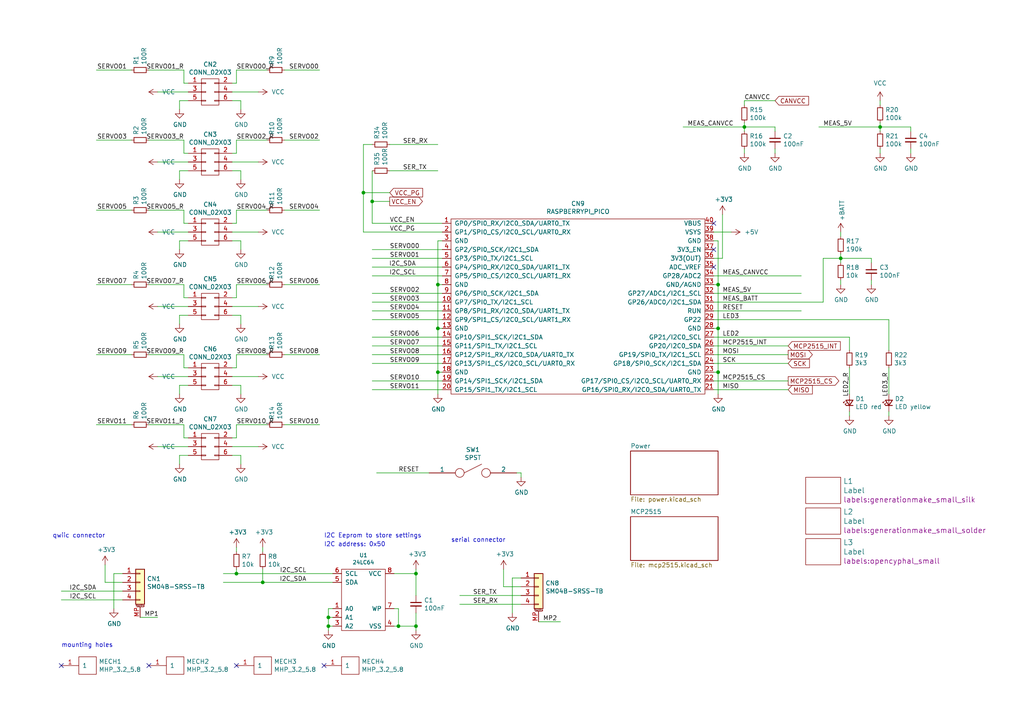
<source format=kicad_sch>
(kicad_sch (version 20211123) (generator eeschema)
  (paper "A4")
  (title_block (title "CyphalServoController12/CAN") (date "2023-09-24") (rev "0.1") (company "generationmake"))
  (lib_symbols
    (symbol "Connector_Generic_MountingPin:Conn_01x04_MountingPin" (pin_names (offset 1.016) hide)
      (property "Reference" "J" (at 0 5.08 0))
      (property "Value" "Conn_01x04_MountingPin" (at 1.27 -7.62 0))
      (symbol "Conn_01x04_MountingPin_1_1"
        (rectangle (start -1.27 -4.953) (end 0 -5.207) (stroke (width 0.1524)))
        (rectangle (start -1.27 -2.413) (end 0 -2.667) (stroke (width 0.1524)))
        (rectangle (start -1.27 0.127) (end 0 -0.127) (stroke (width 0.1524)))
        (rectangle (start -1.27 2.667) (end 0 2.413) (stroke (width 0.1524)))
        (rectangle (start -1.27 3.81) (end 1.27 -6.35) (stroke (width 0.254)) (fill (type background)))
        (polyline (pts (xy -1.016 -7.112) (xy 1.016 -7.112)) (stroke (width 0.1524)))
        (text "Mounting" (at 0 -6.731 0) (effects (font (size 0.381 0.381))))
        (pin passive line (at -5.08 2.54 0) (length 3.81) (name "Pin_1") (number "1"))
        (pin passive line (at -5.08 0 0) (length 3.81) (name "Pin_2") (number "2"))
        (pin passive line (at -5.08 -2.54 0) (length 3.81) (name "Pin_3") (number "3"))
        (pin passive line (at -5.08 -5.08 0) (length 3.81) (name "Pin_4") (number "4"))
        (pin passive line (at 0 -10.16 90) (length 3.048) (name "MountPin") (number "MP"))
      )
    )
    (symbol "Device:C_Small" (pin_numbers hide) (pin_names (offset 0.254) hide)
      (property "Reference" "C" (at 0.254 1.778 0))
      (property "Value" "C_Small" (at 0.254 -2.032 0))
      (symbol "C_Small_0_1"
        (polyline (pts (xy -1.524 -0.508) (xy 1.524 -0.508)) (stroke (width 0.3302)))
        (polyline (pts (xy -1.524 0.508) (xy 1.524 0.508)) (stroke (width 0.3048)))
      )
      (symbol "C_Small_1_1"
        (pin passive line (at 0 2.54 270) (length 2.032) (name "~") (number "1"))
        (pin passive line (at 0 -2.54 90) (length 2.032) (name "~") (number "2"))
      )
    )
    (symbol "Device:LED_Small" (pin_numbers hide) (pin_names (offset 0.254) hide)
      (property "Reference" "D" (at -1.27 3.175 0))
      (property "Value" "LED_Small" (at -4.445 -2.54 0))
      (symbol "LED_Small_0_1"
        (polyline (pts (xy -0.762 -1.016) (xy -0.762 1.016)) (stroke (width 0.254)))
        (polyline (pts (xy 1.016 0) (xy -0.762 0)))
        (polyline (pts (xy 0.762 -1.016) (xy -0.762 0) (xy 0.762 1.016) (xy 0.762 -1.016)) (stroke (width 0.254)))
        (polyline (pts (xy 0 0.762) (xy -0.508 1.27) (xy -0.254 1.27) (xy -0.508 1.27) (xy -0.508 1.016)))
        (polyline (pts (xy 0.508 1.27) (xy 0 1.778) (xy 0.254 1.778) (xy 0 1.778) (xy 0 1.524)))
      )
      (symbol "LED_Small_1_1"
        (pin passive line (at -2.54 0 0) (length 1.778) (name "K") (number "1"))
        (pin passive line (at 2.54 0 180) (length 1.778) (name "A") (number "2"))
      )
    )
    (symbol "Device:R_Small" (pin_numbers hide) (pin_names (offset 0.254) hide)
      (property "Reference" "R" (at 0.762 0.508 0))
      (property "Value" "R_Small" (at 0.762 -1.016 0))
      (symbol "R_Small_0_1"
        (rectangle (start -0.762 1.778) (end 0.762 -1.778) (stroke (width 0.2032)))
      )
      (symbol "R_Small_1_1"
        (pin passive line (at 0 2.54 270) (length 0.762) (name "~") (number "1"))
        (pin passive line (at 0 -2.54 90) (length 0.762) (name "~") (number "2"))
      )
    )
    (symbol "OpenCyphalPicoBase-rescue:+3.3V-power-supply" (power) (pin_names (offset 0))
      (property "Value" "+3.3V-power-supply" (at 0 3.556 0))
      (symbol "+3.3V-power-supply_0_1"
        (polyline (pts (xy -0.762 1.27) (xy 0 2.54)))
        (polyline (pts (xy 0 0) (xy 0 2.54)))
        (polyline (pts (xy 0 2.54) (xy 0.762 1.27)))
      )
      (symbol "+3.3V-power-supply_1_1"
        (pin power_in line (at 0 0 90) (length 0) hide (name "+3V3") (number "1"))
      )
    )
    (symbol "OpenCyphalPicoBase-rescue:+BATT-power-supply" (power) (pin_names (offset 0))
      (property "Value" "+BATT-power-supply" (at 0 3.556 0))
      (symbol "+BATT-power-supply_0_1"
        (polyline (pts (xy -0.762 1.27) (xy 0 2.54)))
        (polyline (pts (xy 0 0) (xy 0 2.54)))
        (polyline (pts (xy 0 2.54) (xy 0.762 1.27)))
      )
      (symbol "+BATT-power-supply_1_1"
        (pin power_in line (at 0 0 90) (length 0) hide (name "+BATT") (number "1"))
      )
    )
    (symbol "OpenCyphalPicoBase-rescue:24LC64-IC_interface_i2c" (pin_names (offset 1.016))
      (property "Reference" "U" (at 0 10.16 0))
      (property "Value" "24LC64-IC_interface_i2c" (at 0 -10.16 0))
      (symbol "24LC64-IC_interface_i2c_0_1"
        (rectangle (start -6.35 8.89) (end 6.35 -8.89))
      )
      (symbol "24LC64-IC_interface_i2c_1_1"
        (pin input line (at -8.89 -2.54 0) (length 2.54) (name "A0") (number "1"))
        (pin input line (at -8.89 -5.08 0) (length 2.54) (name "A1") (number "2"))
        (pin input line (at -8.89 -7.62 0) (length 2.54) (name "A2") (number "3"))
        (pin input line (at 8.89 -7.62 180) (length 2.54) (name "VSS") (number "4"))
        (pin input line (at -8.89 5.08 0) (length 2.54) (name "SDA") (number "5"))
        (pin input line (at -8.89 7.62 0) (length 2.54) (name "SCL") (number "6"))
        (pin input line (at 8.89 -2.54 180) (length 2.54) (name "WP") (number "7"))
        (pin input line (at 8.89 7.62 180) (length 2.54) (name "VCC") (number "8"))
      )
    )
    (symbol "OpenCyphalPicoBase-rescue:CONN_02X03-mechanical-connectors" (pin_names (offset 0.0254) hide)
      (property "Reference" "P" (at 0 5.08 0))
      (property "Value" "CONN_02X03-mechanical-connectors" (at 0 -5.08 0))
      (symbol "CONN_02X03-mechanical-connectors_0_1"
        (rectangle (start -2.54 -2.413) (end -1.27 -2.667))
        (rectangle (start -2.54 0.127) (end -1.27 -0.127))
        (rectangle (start -2.54 2.667) (end -1.27 2.413))
        (rectangle (start -2.54 3.81) (end 2.54 -3.81))
        (rectangle (start 1.27 -2.413) (end 2.54 -2.667))
        (rectangle (start 1.27 0.127) (end 2.54 -0.127))
        (rectangle (start 1.27 2.667) (end 2.54 2.413))
      )
      (symbol "CONN_02X03-mechanical-connectors_1_1"
        (pin passive line (at -6.35 2.54 0) (length 3.81) (name "P1") (number "1"))
        (pin passive line (at 6.35 2.54 180) (length 3.81) (name "P2") (number "2"))
        (pin passive line (at -6.35 0 0) (length 3.81) (name "P3") (number "3"))
        (pin passive line (at 6.35 0 180) (length 3.81) (name "P4") (number "4"))
        (pin passive line (at -6.35 -2.54 0) (length 3.81) (name "P5") (number "5"))
        (pin passive line (at 6.35 -2.54 180) (length 3.81) (name "P6") (number "6"))
      )
    )
    (symbol "OpenCyphalPicoBase-rescue:GND-power-supply" (power) (pin_names (offset 0))
      (property "Value" "GND-power-supply" (at 0 -3.81 0))
      (symbol "GND-power-supply_0_1"
        (polyline (pts (xy 0 0) (xy 0 -1.27) (xy 1.27 -1.27) (xy 0 -2.54) (xy -1.27 -1.27) (xy 0 -1.27)))
      )
      (symbol "GND-power-supply_1_1"
        (pin power_in line (at 0 0 270) (length 0) hide (name "GND") (number "1"))
      )
    )
    (symbol "OpenCyphalPicoBase-rescue:Label-devices" (pin_names (offset 1.016))
      (property "Reference" "L" (at 0 5.08 0))
      (property "Value" "Label-devices" (at 0 0 0))
      (symbol "Label-devices_0_1"
        (rectangle (start -5.08 3.81) (end 5.08 -3.81))
      )
    )
    (symbol "OpenCyphalPicoBase-rescue:MHP_3.2_5.8-MECH_mounting-holes" (pin_names (offset 1.016))
      (property "Reference" "MECH" (at 0 3.81 0))
      (property "Value" "MHP_3.2_5.8-MECH_mounting-holes" (at 1.27 -3.81 0))
      (symbol "MHP_3.2_5.8-MECH_mounting-holes_1_1"
        (rectangle (start -2.54 2.54) (end 2.54 -2.54))
        (pin bidirectional line (at -7.62 0 0) (length 5.08) (name "1") (number "1"))
      )
    )
    (symbol "OpenCyphalPicoBase-rescue:RASPBERRYPI_PICO-MODULE_compute" (pin_names (offset 1.016))
      (property "Reference" "CN" (at 0 26.67 0))
      (property "Value" "RASPBERRYPI_PICO-MODULE_compute" (at 0 -26.67 0))
      (symbol "RASPBERRYPI_PICO-MODULE_compute_0_1"
        (rectangle (start -36.83 25.4) (end 36.83 -25.4))
      )
      (symbol "RASPBERRYPI_PICO-MODULE_compute_1_1"
        (pin input line (at -39.37 24.13 0) (length 2.54) (name "GP0/SPI0_RX/I2C0_SDA/UART0_TX") (number "1"))
        (pin input line (at -39.37 1.27 0) (length 2.54) (name "GP7/SPI0_TX/I2C1_SCL") (number "10"))
        (pin input line (at -39.37 -1.27 0) (length 2.54) (name "GP8/SPI1_RX/I2C0_SDA/UART1_TX") (number "11"))
        (pin input line (at -39.37 -3.81 0) (length 2.54) (name "GP9/SPI1_CS/I2C0_SCL/UART1_RX") (number "12"))
        (pin input line (at -39.37 -6.35 0) (length 2.54) (name "GND") (number "13"))
        (pin input line (at -39.37 -8.89 0) (length 2.54) (name "GP10/SPI1_SCK/I2C1_SDA") (number "14"))
        (pin input line (at -39.37 -11.43 0) (length 2.54) (name "GP11/SPI1_TX/I2C1_SCL") (number "15"))
        (pin input line (at -39.37 -13.97 0) (length 2.54) (name "GP12/SPI1_RX/I2C0_SDA/UART0_TX") (number "16"))
        (pin input line (at -39.37 -16.51 0) (length 2.54) (name "GP13/SPI1_CS/I2C0_SCL/UART0_RX") (number "17"))
        (pin input line (at -39.37 -19.05 0) (length 2.54) (name "GND") (number "18"))
        (pin input line (at -39.37 -21.59 0) (length 2.54) (name "GP14/SPI1_SCK/I2C1_SDA") (number "19"))
        (pin input line (at -39.37 21.59 0) (length 2.54) (name "GP1/SPI0_CS/I2C0_SCL/UART0_RX") (number "2"))
        (pin input line (at -39.37 -24.13 0) (length 2.54) (name "GP15/SPI1_TX/I2C1_SCL") (number "20"))
        (pin input line (at 39.37 -24.13 180) (length 2.54) (name "GP16/SPI0_RX/I2C0_SDA/UART0_TX") (number "21"))
        (pin input line (at 39.37 -21.59 180) (length 2.54) (name "GP17/SPI0_CS/I2C0_SCL/UART0_RX") (number "22"))
        (pin input line (at 39.37 -19.05 180) (length 2.54) (name "GND") (number "23"))
        (pin input line (at 39.37 -16.51 180) (length 2.54) (name "GP18/SPI0_SCK/I2C1_SDA") (number "24"))
        (pin input line (at 39.37 -13.97 180) (length 2.54) (name "GP19/SPI0_TX/I2C1_SCL") (number "25"))
        (pin input line (at 39.37 -11.43 180) (length 2.54) (name "GP20/I2C0_SDA") (number "26"))
        (pin input line (at 39.37 -8.89 180) (length 2.54) (name "GP21/I2C0_SCL") (number "27"))
        (pin input line (at 39.37 -6.35 180) (length 2.54) (name "GND") (number "28"))
        (pin input line (at 39.37 -3.81 180) (length 2.54) (name "GP22") (number "29"))
        (pin input line (at -39.37 19.05 0) (length 2.54) (name "GND") (number "3"))
        (pin input line (at 39.37 -1.27 180) (length 2.54) (name "RUN") (number "30"))
        (pin input line (at 39.37 1.27 180) (length 2.54) (name "GP26/ADC0/I2C1_SDA") (number "31"))
        (pin input line (at 39.37 3.81 180) (length 2.54) (name "GP27/ADC1/I2C1_SCL") (number "32"))
        (pin input line (at 39.37 6.35 180) (length 2.54) (name "GND/AGND") (number "33"))
        (pin input line (at 39.37 8.89 180) (length 2.54) (name "GP28/ADC2") (number "34"))
        (pin input line (at 39.37 11.43 180) (length 2.54) (name "ADC_VREF") (number "35"))
        (pin input line (at 39.37 13.97 180) (length 2.54) (name "3V3(OUT)") (number "36"))
        (pin input line (at 39.37 16.51 180) (length 2.54) (name "3V3_EN") (number "37"))
        (pin input line (at 39.37 19.05 180) (length 2.54) (name "GND") (number "38"))
        (pin input line (at 39.37 21.59 180) (length 2.54) (name "VSYS") (number "39"))
        (pin input line (at -39.37 16.51 0) (length 2.54) (name "GP2/SPI0_SCK/I2C1_SDA") (number "4"))
        (pin input line (at 39.37 24.13 180) (length 2.54) (name "VBUS") (number "40"))
        (pin input line (at -39.37 13.97 0) (length 2.54) (name "GP3/SPI0_TX/I2C1_SCL") (number "5"))
        (pin input line (at -39.37 11.43 0) (length 2.54) (name "GP4/SPI0_RX/I2C0_SDA/UART1_TX") (number "6"))
        (pin input line (at -39.37 8.89 0) (length 2.54) (name "GP5/SPI0_CS/I2C0_SCL/UART1_RX") (number "7"))
        (pin input line (at -39.37 6.35 0) (length 2.54) (name "GND") (number "8"))
        (pin input line (at -39.37 3.81 0) (length 2.54) (name "GP6/SPI0_SCK/I2C1_SDA") (number "9"))
      )
    )
    (symbol "OpenCyphalPicoBase-rescue:SPST-devices" (pin_numbers hide) (pin_names (offset 0))
      (property "Reference" "SW" (at 0 2.54 0))
      (property "Value" "SPST-devices" (at 0 -2.54 0))
      (symbol "SPST-devices_0_0"
        (circle (center -3.81 0) (radius 1.27))
        (polyline (pts (xy -2.54 0) (xy 2.54 2.54)))
        (circle (center 3.81 0) (radius 1.27))
      )
      (symbol "SPST-devices_1_1"
        (pin input line (at -12.7 0 0) (length 7.62) (name "1") (number "1"))
        (pin input line (at 12.7 0 180) (length 7.62) (name "2") (number "2"))
      )
    )
    (symbol "power:+5V" (power) (pin_names (offset 0))
      (property "Value" "+5V" (at 0 3.556 0))
      (symbol "+5V_0_1"
        (polyline (pts (xy -0.762 1.27) (xy 0 2.54)))
        (polyline (pts (xy 0 0) (xy 0 2.54)))
        (polyline (pts (xy 0 2.54) (xy 0.762 1.27)))
      )
      (symbol "+5V_1_1"
        (pin power_in line (at 0 0 90) (length 0) hide (name "+5V") (number "1"))
      )
    )
    (symbol "power:VCC" (power) (pin_names (offset 0))
      (property "Value" "VCC" (at 0 3.81 0))
      (symbol "VCC_0_1"
        (polyline (pts (xy -0.762 1.27) (xy 0 2.54)))
        (polyline (pts (xy 0 0) (xy 0 2.54)))
        (polyline (pts (xy 0 2.54) (xy 0.762 1.27)))
      )
      (symbol "VCC_1_1"
        (pin power_in line (at 0 0 90) (length 0) hide (name "VCC") (number "1"))
      )
    )
  )
  (junction (at 76.2 168.91))
  (junction (at 120.65 181.61))
  (junction (at 208.28 95.25))
  (junction (at 127 107.95))
  (junction (at 215.9 36.83))
  (junction (at 107.95 58.42))
  (junction (at 95.25 181.61))
  (junction (at 68.58 166.37))
  (junction (at 120.65 166.37))
  (junction (at 208.28 107.95))
  (junction (at 208.28 82.55))
  (junction (at 105.41 55.88))
  (junction (at 95.25 179.07))
  (junction (at 115.57 181.61))
  (junction (at 127 95.25))
  (junction (at 255.27 36.83))
  (junction (at 243.84 74.93))
  (junction (at 127 82.55))
  (no_connect (at 207.01 77.47))
  (no_connect (at 93.98 193.04))
  (no_connect (at 17.78 193.04))
  (no_connect (at 207.01 72.39))
  (no_connect (at 43.18 193.04))
  (no_connect (at 207.01 64.77))
  (no_connect (at 68.58 193.04))
  (wire (pts (xy 208.28 107.95) (xy 208.28 114.3)))
  (wire (pts (xy 252.73 81.28) (xy 252.73 82.55)))
  (wire (pts (xy 96.52 176.53) (xy 95.25 176.53)))
  (wire (pts (xy 27.94 60.96) (xy 38.1 60.96)))
  (wire (pts (xy 68.58 24.13) (xy 67.31 24.13)))
  (wire (pts (xy 69.85 111.76) (xy 69.85 114.3)))
  (wire (pts (xy 17.78 173.99) (xy 35.56 173.99)))
  (wire (pts (xy 35.56 166.37) (xy 33.02 166.37)))
  (wire (pts (xy 68.58 158.75) (xy 68.58 160.02)))
  (wire (pts (xy 133.35 172.72) (xy 151.13 172.72)))
  (wire (pts (xy 120.65 181.61) (xy 120.65 182.88)))
  (wire (pts (xy 68.58 82.55) (xy 68.58 86.36)))
  (wire (pts (xy 115.57 181.61) (xy 120.65 181.61)))
  (wire (pts (xy 53.34 60.96) (xy 53.34 64.77)))
  (wire (pts (xy 33.02 166.37) (xy 33.02 176.53)))
  (wire (pts (xy 107.95 110.49) (xy 128.27 110.49)))
  (wire (pts (xy 105.41 67.31) (xy 105.41 55.88)))
  (wire (pts (xy 215.9 38.1) (xy 215.9 36.83)))
  (wire (pts (xy 69.85 49.53) (xy 69.85 52.07)))
  (wire (pts (xy 68.58 102.87) (xy 77.47 102.87)))
  (wire (pts (xy 67.31 29.21) (xy 69.85 29.21)))
  (wire (pts (xy 264.16 43.18) (xy 264.16 44.45)))
  (wire (pts (xy 107.95 80.01) (xy 128.27 80.01)))
  (wire (pts (xy 76.2 168.91) (xy 96.52 168.91)))
  (wire (pts (xy 114.3 181.61) (xy 115.57 181.61)))
  (wire (pts (xy 243.84 68.58) (xy 243.84 67.31)))
  (wire (pts (xy 107.95 92.71) (xy 128.27 92.71)))
  (wire (pts (xy 68.58 166.37) (xy 96.52 166.37)))
  (wire (pts (xy 257.81 92.71) (xy 257.81 101.6)))
  (wire (pts (xy 96.52 179.07) (xy 95.25 179.07)))
  (wire (pts (xy 95.25 176.53) (xy 95.25 179.07)))
  (wire (pts (xy 246.38 97.79) (xy 246.38 101.6)))
  (wire (pts (xy 208.28 82.55) (xy 208.28 95.25)))
  (wire (pts (xy 68.58 123.19) (xy 77.47 123.19)))
  (wire (pts (xy 92.71 102.87) (xy 82.55 102.87)))
  (wire (pts (xy 53.34 40.64) (xy 53.34 44.45)))
  (wire (pts (xy 74.93 129.54) (xy 67.31 129.54)))
  (wire (pts (xy 228.6 100.33) (xy 207.01 100.33)))
  (wire (pts (xy 127 69.85) (xy 127 82.55)))
  (wire (pts (xy 255.27 38.1) (xy 255.27 36.83)))
  (wire (pts (xy 40.64 179.07) (xy 45.72 179.07)))
  (wire (pts (xy 207.01 69.85) (xy 208.28 69.85)))
  (wire (pts (xy 27.94 82.55) (xy 38.1 82.55)))
  (wire (pts (xy 255.27 36.83) (xy 264.16 36.83)))
  (wire (pts (xy 120.65 166.37) (xy 120.65 172.72)))
  (wire (pts (xy 127 107.95) (xy 127 114.3)))
  (wire (pts (xy 246.38 119.38) (xy 246.38 120.65)))
  (wire (pts (xy 68.58 60.96) (xy 68.58 64.77)))
  (wire (pts (xy 92.71 123.19) (xy 82.55 123.19)))
  (wire (pts (xy 92.71 82.55) (xy 82.55 82.55)))
  (wire (pts (xy 243.84 81.28) (xy 243.84 82.55)))
  (wire (pts (xy 215.9 43.18) (xy 215.9 44.45)))
  (wire (pts (xy 43.18 20.32) (xy 53.34 20.32)))
  (wire (pts (xy 238.76 74.93) (xy 243.84 74.93)))
  (wire (pts (xy 53.34 127) (xy 54.61 127)))
  (wire (pts (xy 92.71 40.64) (xy 82.55 40.64)))
  (wire (pts (xy 208.28 69.85) (xy 208.28 82.55)))
  (wire (pts (xy 246.38 106.68) (xy 246.38 114.3)))
  (wire (pts (xy 228.6 113.03) (xy 207.01 113.03)))
  (wire (pts (xy 74.93 67.31) (xy 67.31 67.31)))
  (wire (pts (xy 115.57 176.53) (xy 115.57 181.61)))
  (wire (pts (xy 243.84 76.2) (xy 243.84 74.93)))
  (wire (pts (xy 74.93 46.99) (xy 67.31 46.99)))
  (wire (pts (xy 127 95.25) (xy 127 107.95)))
  (wire (pts (xy 68.58 106.68) (xy 67.31 106.68)))
  (wire (pts (xy 107.95 58.42) (xy 113.03 58.42)))
  (wire (pts (xy 27.94 123.19) (xy 38.1 123.19)))
  (wire (pts (xy 74.93 109.22) (xy 67.31 109.22)))
  (wire (pts (xy 69.85 132.08) (xy 69.85 134.62)))
  (wire (pts (xy 107.95 77.47) (xy 128.27 77.47)))
  (wire (pts (xy 151.13 167.64) (xy 148.59 167.64)))
  (wire (pts (xy 74.93 88.9) (xy 67.31 88.9)))
  (wire (pts (xy 53.34 44.45) (xy 54.61 44.45)))
  (wire (pts (xy 68.58 123.19) (xy 68.58 127)))
  (wire (pts (xy 238.76 87.63) (xy 238.76 74.93)))
  (wire (pts (xy 146.05 170.18) (xy 146.05 165.1)))
  (wire (pts (xy 30.48 168.91) (xy 30.48 163.83)))
  (wire (pts (xy 68.58 86.36) (xy 67.31 86.36)))
  (wire (pts (xy 68.58 64.77) (xy 67.31 64.77)))
  (wire (pts (xy 207.01 82.55) (xy 208.28 82.55)))
  (wire (pts (xy 207.01 74.93) (xy 209.55 74.93)))
  (wire (pts (xy 255.27 30.48) (xy 255.27 29.21)))
  (wire (pts (xy 92.71 20.32) (xy 82.55 20.32)))
  (wire (pts (xy 232.41 85.09) (xy 207.01 85.09)))
  (wire (pts (xy 109.22 137.16) (xy 124.46 137.16)))
  (wire (pts (xy 52.07 111.76) (xy 52.07 114.3)))
  (wire (pts (xy 148.59 167.64) (xy 148.59 177.8)))
  (wire (pts (xy 215.9 30.48) (xy 215.9 29.21)))
  (wire (pts (xy 68.58 20.32) (xy 77.47 20.32)))
  (wire (pts (xy 114.3 176.53) (xy 115.57 176.53)))
  (wire (pts (xy 68.58 165.1) (xy 68.58 166.37)))
  (wire (pts (xy 45.72 26.67) (xy 54.61 26.67)))
  (wire (pts (xy 45.72 88.9) (xy 54.61 88.9)))
  (wire (pts (xy 68.58 60.96) (xy 77.47 60.96)))
  (wire (pts (xy 52.07 132.08) (xy 52.07 134.62)))
  (wire (pts (xy 128.27 69.85) (xy 127 69.85)))
  (wire (pts (xy 53.34 64.77) (xy 54.61 64.77)))
  (wire (pts (xy 128.27 82.55) (xy 127 82.55)))
  (wire (pts (xy 113.03 41.91) (xy 127 41.91)))
  (wire (pts (xy 105.41 41.91) (xy 107.95 41.91)))
  (wire (pts (xy 53.34 106.68) (xy 54.61 106.68)))
  (wire (pts (xy 120.65 165.1) (xy 120.65 166.37)))
  (wire (pts (xy 95.25 181.61) (xy 95.25 182.88)))
  (wire (pts (xy 207.01 87.63) (xy 238.76 87.63)))
  (wire (pts (xy 105.41 55.88) (xy 105.41 41.91)))
  (wire (pts (xy 228.6 105.41) (xy 207.01 105.41)))
  (wire (pts (xy 107.95 74.93) (xy 128.27 74.93)))
  (wire (pts (xy 113.03 49.53) (xy 127 49.53)))
  (wire (pts (xy 237.49 36.83) (xy 255.27 36.83)))
  (wire (pts (xy 257.81 119.38) (xy 257.81 120.65)))
  (wire (pts (xy 52.07 49.53) (xy 52.07 52.07)))
  (wire (pts (xy 53.34 82.55) (xy 53.34 86.36)))
  (wire (pts (xy 151.13 170.18) (xy 146.05 170.18)))
  (wire (pts (xy 45.72 109.22) (xy 54.61 109.22)))
  (wire (pts (xy 64.77 168.91) (xy 76.2 168.91)))
  (wire (pts (xy 45.72 129.54) (xy 54.61 129.54)))
  (wire (pts (xy 243.84 74.93) (xy 252.73 74.93)))
  (wire (pts (xy 128.27 95.25) (xy 127 95.25)))
  (wire (pts (xy 64.77 166.37) (xy 68.58 166.37)))
  (wire (pts (xy 215.9 36.83) (xy 224.79 36.83)))
  (wire (pts (xy 207.01 97.79) (xy 246.38 97.79)))
  (wire (pts (xy 35.56 168.91) (xy 30.48 168.91)))
  (wire (pts (xy 53.34 24.13) (xy 54.61 24.13)))
  (wire (pts (xy 207.01 92.71) (xy 257.81 92.71)))
  (wire (pts (xy 107.95 100.33) (xy 128.27 100.33)))
  (wire (pts (xy 68.58 127) (xy 67.31 127)))
  (wire (pts (xy 107.95 85.09) (xy 128.27 85.09)))
  (wire (pts (xy 215.9 36.83) (xy 215.9 35.56)))
  (wire (pts (xy 54.61 49.53) (xy 52.07 49.53)))
  (wire (pts (xy 198.12 36.83) (xy 215.9 36.83)))
  (wire (pts (xy 53.34 102.87) (xy 53.34 106.68)))
  (wire (pts (xy 27.94 40.64) (xy 38.1 40.64)))
  (wire (pts (xy 224.79 43.18) (xy 224.79 44.45)))
  (wire (pts (xy 107.95 97.79) (xy 128.27 97.79)))
  (wire (pts (xy 68.58 82.55) (xy 77.47 82.55)))
  (wire (pts (xy 208.28 95.25) (xy 208.28 107.95)))
  (wire (pts (xy 54.61 91.44) (xy 52.07 91.44)))
  (wire (pts (xy 207.01 107.95) (xy 208.28 107.95)))
  (wire (pts (xy 92.71 60.96) (xy 82.55 60.96)))
  (wire (pts (xy 27.94 102.87) (xy 38.1 102.87)))
  (wire (pts (xy 252.73 74.93) (xy 252.73 76.2)))
  (wire (pts (xy 74.93 26.67) (xy 67.31 26.67)))
  (wire (pts (xy 67.31 132.08) (xy 69.85 132.08)))
  (wire (pts (xy 127 82.55) (xy 127 95.25)))
  (wire (pts (xy 67.31 69.85) (xy 69.85 69.85)))
  (wire (pts (xy 105.41 67.31) (xy 128.27 67.31)))
  (wire (pts (xy 68.58 40.64) (xy 68.58 44.45)))
  (wire (pts (xy 43.18 102.87) (xy 53.34 102.87)))
  (wire (pts (xy 43.18 82.55) (xy 53.34 82.55)))
  (wire (pts (xy 17.78 171.45) (xy 35.56 171.45)))
  (wire (pts (xy 107.95 105.41) (xy 128.27 105.41)))
  (wire (pts (xy 43.18 60.96) (xy 53.34 60.96)))
  (wire (pts (xy 215.9 29.21) (xy 224.79 29.21)))
  (wire (pts (xy 107.95 49.53) (xy 107.95 58.42)))
  (wire (pts (xy 120.65 177.8) (xy 120.65 181.61)))
  (wire (pts (xy 151.13 137.16) (xy 151.13 138.43)))
  (wire (pts (xy 107.95 64.77) (xy 128.27 64.77)))
  (wire (pts (xy 68.58 40.64) (xy 77.47 40.64)))
  (wire (pts (xy 209.55 74.93) (xy 209.55 62.23)))
  (wire (pts (xy 107.95 87.63) (xy 128.27 87.63)))
  (wire (pts (xy 45.72 67.31) (xy 54.61 67.31)))
  (wire (pts (xy 96.52 181.61) (xy 95.25 181.61)))
  (wire (pts (xy 69.85 69.85) (xy 69.85 72.39)))
  (wire (pts (xy 107.95 72.39) (xy 128.27 72.39)))
  (wire (pts (xy 27.94 20.32) (xy 38.1 20.32)))
  (wire (pts (xy 212.09 67.31) (xy 207.01 67.31)))
  (wire (pts (xy 255.27 43.18) (xy 255.27 44.45)))
  (wire (pts (xy 264.16 36.83) (xy 264.16 38.1)))
  (wire (pts (xy 54.61 29.21) (xy 52.07 29.21)))
  (wire (pts (xy 67.31 111.76) (xy 69.85 111.76)))
  (wire (pts (xy 45.72 46.99) (xy 54.61 46.99)))
  (wire (pts (xy 68.58 20.32) (xy 68.58 24.13)))
  (wire (pts (xy 95.25 179.07) (xy 95.25 181.61)))
  (wire (pts (xy 232.41 90.17) (xy 207.01 90.17)))
  (wire (pts (xy 149.86 137.16) (xy 151.13 137.16)))
  (wire (pts (xy 105.41 55.88) (xy 113.03 55.88)))
  (wire (pts (xy 54.61 111.76) (xy 52.07 111.76)))
  (wire (pts (xy 207.01 95.25) (xy 208.28 95.25)))
  (wire (pts (xy 224.79 36.83) (xy 224.79 38.1)))
  (wire (pts (xy 76.2 165.1) (xy 76.2 168.91)))
  (wire (pts (xy 255.27 36.83) (xy 255.27 35.56)))
  (wire (pts (xy 228.6 110.49) (xy 207.01 110.49)))
  (wire (pts (xy 76.2 158.75) (xy 76.2 160.02)))
  (wire (pts (xy 128.27 107.95) (xy 127 107.95)))
  (wire (pts (xy 53.34 20.32) (xy 53.34 24.13)))
  (wire (pts (xy 54.61 132.08) (xy 52.07 132.08)))
  (wire (pts (xy 69.85 91.44) (xy 69.85 93.98)))
  (wire (pts (xy 107.95 58.42) (xy 107.95 64.77)))
  (wire (pts (xy 107.95 90.17) (xy 128.27 90.17)))
  (wire (pts (xy 107.95 102.87) (xy 128.27 102.87)))
  (wire (pts (xy 43.18 123.19) (xy 53.34 123.19)))
  (wire (pts (xy 69.85 29.21) (xy 69.85 31.75)))
  (wire (pts (xy 43.18 40.64) (xy 53.34 40.64)))
  (wire (pts (xy 67.31 49.53) (xy 69.85 49.53)))
  (wire (pts (xy 133.35 175.26) (xy 151.13 175.26)))
  (wire (pts (xy 53.34 123.19) (xy 53.34 127)))
  (wire (pts (xy 52.07 69.85) (xy 52.07 72.39)))
  (wire (pts (xy 52.07 91.44) (xy 52.07 93.98)))
  (wire (pts (xy 156.21 180.34) (xy 162.56 180.34)))
  (wire (pts (xy 67.31 91.44) (xy 69.85 91.44)))
  (wire (pts (xy 54.61 69.85) (xy 52.07 69.85)))
  (wire (pts (xy 107.95 113.03) (xy 128.27 113.03)))
  (wire (pts (xy 114.3 166.37) (xy 120.65 166.37)))
  (wire (pts (xy 68.58 102.87) (xy 68.58 106.68)))
  (wire (pts (xy 228.6 102.87) (xy 207.01 102.87)))
  (wire (pts (xy 53.34 86.36) (xy 54.61 86.36)))
  (wire (pts (xy 232.41 80.01) (xy 207.01 80.01)))
  (wire (pts (xy 52.07 29.21) (xy 52.07 31.75)))
  (wire (pts (xy 68.58 44.45) (xy 67.31 44.45)))
  (wire (pts (xy 257.81 106.68) (xy 257.81 114.3)))
  (wire (pts (xy 243.84 74.93) (xy 243.84 73.66)))
  (text "serial connector" (at 130.81 157.48 0) (effects (font (size 1.27 1.27)) (justify left bottom)))
  (text "qwiic connector" (at 15.24 156.21 0) (effects (font (size 1.27 1.27)) (justify left bottom)))
  (text "mounting holes" (at 17.78 187.96 0) (effects (font (size 1.27 1.27)) (justify left bottom)))
  (text "I2C address: 0x50" (at 93.98 158.75 0) (effects (font (size 1.27 1.27)) (justify left bottom)))
  (text "I2C Eeprom to store settings" (at 93.98 156.21 0) (effects (font (size 1.27 1.27)) (justify left bottom)))
  (label "RESET" (at 209.55 90.17 0))
  (label "LED2_R" (at 246.38 107.95 270))
  (label "SERVO02" (at 83.82 40.64 0))
  (label "SERVO03" (at 36.83 40.64 180))
  (label "I2C_SCL" (at 88.9 166.37 180))
  (label "VCC_EN" (at 113.03 64.77 0))
  (label "SERVO04" (at 83.82 60.96 0))
  (label "MOSI" (at 209.55 102.87 0))
  (label "SERVO11_R" (at 53.34 123.19 180))
  (label "SERVO08" (at 83.82 102.87 0))
  (label "MP1" (at 41.91 179.07 0))
  (label "SERVO01" (at 36.83 20.32 180))
  (label "SERVO07" (at 113.03 100.33 0))
  (label "SERVO10" (at 83.82 123.19 0))
  (label "LED2" (at 209.55 97.79 0))
  (label "SERVO03" (at 113.03 87.63 0))
  (label "MEAS_5V" (at 209.55 85.09 0))
  (label "SERVO06" (at 83.82 82.55 0))
  (label "LED3_R" (at 257.81 107.95 270))
  (label "SERVO04" (at 113.03 90.17 0))
  (label "VCC_PG" (at 113.03 67.31 0))
  (label "SERVO10" (at 113.03 110.49 0))
  (label "SERVO02" (at 113.03 85.09 0))
  (label "SERVO04_R" (at 68.58 60.96 0))
  (label "I2C_SCL" (at 120.65 80.01 180))
  (label "SERVO09" (at 36.83 102.87 180))
  (label "SERVO05_R" (at 53.34 60.96 180))
  (label "SERVO05" (at 36.83 60.96 180))
  (label "SERVO05" (at 113.03 92.71 0))
  (label "CANVCC" (at 215.9 29.21 0))
  (label "SERVO08_R" (at 68.58 102.87 0))
  (label "SERVO07_R" (at 53.34 82.55 180))
  (label "MEAS_CANVCC" (at 209.55 80.01 0))
  (label "MEAS_CANVCC" (at 199.39 36.83 0))
  (label "SERVO06_R" (at 68.58 82.55 0))
  (label "SERVO11" (at 36.83 123.19 180))
  (label "LED3" (at 209.55 92.71 0))
  (label "SER_RX" (at 137.16 175.26 0))
  (label "I2C_SDA" (at 27.94 171.45 180))
  (label "SERVO02_R" (at 68.58 40.64 0))
  (label "I2C_SCL" (at 27.94 173.99 180))
  (label "I2C_SDA" (at 120.65 77.47 180))
  (label "SERVO09" (at 113.03 105.41 0))
  (label "RESET" (at 115.57 137.16 0))
  (label "SERVO00" (at 83.82 20.32 0))
  (label "MEAS_5V" (at 238.76 36.83 0))
  (label "SERVO11" (at 113.03 113.03 0))
  (label "SERVO10_R" (at 68.58 123.19 0))
  (label "SERVO00_R" (at 68.58 20.32 0))
  (label "MP2" (at 157.48 180.34 0))
  (label "SCK" (at 209.55 105.41 0))
  (label "SER_TX" (at 116.84 49.53 0))
  (label "SERVO00" (at 113.03 72.39 0))
  (label "SERVO01" (at 113.03 74.93 0))
  (label "SERVO08" (at 113.03 102.87 0))
  (label "SERVO09_R" (at 53.34 102.87 180))
  (label "SER_TX" (at 137.16 172.72 0))
  (label "SERVO06" (at 113.03 97.79 0))
  (label "MISO" (at 209.55 113.03 0))
  (label "SERVO03_R" (at 53.34 40.64 180))
  (label "MCP2515_INT" (at 209.55 100.33 0))
  (label "SERVO07" (at 36.83 82.55 180))
  (label "SERVO01_R" (at 53.34 20.32 180))
  (label "MEAS_BATT" (at 209.55 87.63 0))
  (label "I2C_SDA" (at 88.9 168.91 180))
  (label "SER_RX" (at 116.84 41.91 0))
  (label "MCP2515_CS" (at 209.55 110.49 0))
  (global_label "VCC_PG" (shape input) (at 113.03 55.88 0) (property "Referenzen zwischen Schaltplänen" "${INTERSHEET_REFS}" (effects hide)))
  (global_label "MISO" (shape input) (at 228.6 113.03 0) (property "Referenzen zwischen Schaltplänen" "${INTERSHEET_REFS}" (effects hide)))
  (global_label "VCC_EN" (shape output) (at 113.03 58.42 0) (property "Referenzen zwischen Schaltplänen" "${INTERSHEET_REFS}" (effects hide)))
  (global_label "CANVCC" (shape input) (at 224.79 29.21 0) (property "Referenzen zwischen Schaltplänen" "${INTERSHEET_REFS}" (effects hide)))
  (global_label "MOSI" (shape output) (at 228.6 102.87 0) (property "Referenzen zwischen Schaltplänen" "${INTERSHEET_REFS}" (effects hide)))
  (global_label "MCP2515_CS" (shape output) (at 228.6 110.49 0) (property "Referenzen zwischen Schaltplänen" "${INTERSHEET_REFS}" (effects hide)))
  (global_label "SCK" (shape input) (at 228.6 105.41 0) (property "Referenzen zwischen Schaltplänen" "${INTERSHEET_REFS}" (effects hide)))
  (global_label "MCP2515_INT" (shape input) (at 228.6 100.33 0) (property "Referenzen zwischen Schaltplänen" "${INTERSHEET_REFS}" (effects hide)))
  (symbol (lib_id "OpenCyphalPicoBase-rescue:MHP_3.2_5.8-MECH_mounting-holes") (at 25.4 193.04 0) (unit 1)
    (property "Reference" "MECH1" (at 28.6512 191.8716 0) (effects (justify left)))
    (property "Value" "MHP_3.2_5.8" (at 28.6512 194.183 0) (effects (justify left)))
    (property "Footprint" "MECH_mounting_holes:MHP_3.2_5.8" (effects hide))
  )
  (symbol (lib_id "OpenCyphalPicoBase-rescue:MHP_3.2_5.8-MECH_mounting-holes") (at 50.8 193.04 0) (unit 1)
    (property "Reference" "MECH2" (at 54.0512 191.8716 0) (effects (justify left)))
    (property "Value" "MHP_3.2_5.8" (at 54.0512 194.183 0) (effects (justify left)))
    (property "Footprint" "MECH_mounting_holes:MHP_3.2_5.8" (effects hide))
  )
  (symbol (lib_id "OpenCyphalPicoBase-rescue:MHP_3.2_5.8-MECH_mounting-holes") (at 76.2 193.04 0) (unit 1)
    (property "Reference" "MECH3" (at 79.4512 191.8716 0) (effects (justify left)))
    (property "Value" "MHP_3.2_5.8" (at 79.4512 194.183 0) (effects (justify left)))
    (property "Footprint" "MECH_mounting_holes:MHP_3.2_5.8" (effects hide))
  )
  (symbol (lib_id "OpenCyphalPicoBase-rescue:MHP_3.2_5.8-MECH_mounting-holes") (at 101.6 193.04 0) (unit 1)
    (property "Reference" "MECH4" (at 104.8512 191.8716 0) (effects (justify left)))
    (property "Value" "MHP_3.2_5.8" (at 104.8512 194.183 0) (effects (justify left)))
    (property "Footprint" "MECH_mounting_holes:MHP_3.2_5.8" (effects hide))
  )
  (symbol (lib_id "OpenCyphalPicoBase-rescue:GND-power-supply") (at 127 114.3 0) (unit 1)
    (property "Reference" "#PWR032" (effects hide))
    (property "Value" "GND" (at 127.127 118.6942 0))
  )
  (symbol (lib_id "OpenCyphalPicoBase-rescue:+3.3V-power-supply") (at 209.55 62.23 0) (unit 1)
    (property "Reference" "#PWR037" (effects hide))
    (property "Value" "+3.3V" (at 209.931 57.8358 0))
  )
  (symbol (lib_id "OpenCyphalPicoBase-rescue:CONN_02X03-mechanical-connectors") (at 60.96 26.67 0) (unit 1)
    (property "Reference" "CN2" (at 60.96 18.669 0))
    (property "Value" "CONN_02X03" (at 60.96 20.9804 0))
    (property "Footprint" "Connector_PinHeader_2.54mm:PinHeader_2x03_P2.54mm_Horizontal" (effects hide))
  )
  (symbol (lib_id "OpenCyphalPicoBase-rescue:GND-power-supply") (at 52.07 31.75 0) (unit 1)
    (property "Reference" "#PWR09" (effects hide))
    (property "Value" "GND" (at 52.197 36.1442 0))
  )
  (symbol (lib_id "OpenCyphalPicoBase-rescue:GND-power-supply") (at 69.85 31.75 0) (unit 1)
    (property "Reference" "#PWR016" (effects hide))
    (property "Value" "GND" (at 69.977 36.1442 0))
  )
  (symbol (lib_id "Connector_Generic_MountingPin:Conn_01x04_MountingPin") (at 156.21 170.18 0) (unit 1)
    (property "Reference" "CN8" (at 158.1912 169.1386 0) (effects (justify left)))
    (property "Value" "SM04B-SRSS-TB" (at 158.1912 171.45 0) (effects (justify left)))
    (property "Footprint" "Connector_JST:JST_SH_SM04B-SRSS-TB_1x04-1MP_P1.00mm_Horizontal" (effects hide))
  )
  (symbol (lib_id "OpenCyphalPicoBase-rescue:GND-power-supply") (at 148.59 177.8 0) (unit 1)
    (property "Reference" "#PWR034" (effects hide))
    (property "Value" "GND" (at 148.717 182.1942 0))
  )
  (symbol (lib_id "OpenCyphalPicoBase-rescue:+3.3V-power-supply") (at 146.05 165.1 0) (unit 1)
    (property "Reference" "#PWR033" (effects hide))
    (property "Value" "+3.3V" (at 146.431 160.7058 0))
  )
  (symbol (lib_id "Device:R_Small") (at 68.58 162.56 0) (unit 1)
    (property "Reference" "R7" (at 70.0786 161.3916 0) (effects (justify left)))
    (property "Value" "10k" (at 70.0786 163.703 0) (effects (justify left)))
    (property "Footprint" "Resistor_SMD:R_0603_1608Metric" (effects hide))
  )
  (symbol (lib_id "Device:R_Small") (at 76.2 162.56 0) (unit 1)
    (property "Reference" "R8" (at 77.6986 161.3916 0) (effects (justify left)))
    (property "Value" "10k" (at 77.6986 163.703 0) (effects (justify left)))
    (property "Footprint" "Resistor_SMD:R_0603_1608Metric" (effects hide))
  )
  (symbol (lib_id "OpenCyphalPicoBase-rescue:+3.3V-power-supply") (at 68.58 158.75 0) (unit 1)
    (property "Reference" "#PWR015" (effects hide))
    (property "Value" "+3.3V" (at 68.961 154.3558 0))
  )
  (symbol (lib_id "OpenCyphalPicoBase-rescue:+3.3V-power-supply") (at 76.2 158.75 0) (unit 1)
    (property "Reference" "#PWR028" (effects hide))
    (property "Value" "+3.3V" (at 76.581 154.3558 0))
  )
  (symbol (lib_id "OpenCyphalPicoBase-rescue:GND-power-supply") (at 33.02 176.53 0) (unit 1)
    (property "Reference" "#PWR02" (effects hide))
    (property "Value" "GND" (at 33.147 180.9242 0))
  )
  (symbol (lib_id "Connector_Generic_MountingPin:Conn_01x04_MountingPin") (at 40.64 168.91 0) (unit 1)
    (property "Reference" "CN1" (at 42.6212 167.8686 0) (effects (justify left)))
    (property "Value" "SM04B-SRSS-TB" (at 42.6212 170.18 0) (effects (justify left)))
    (property "Footprint" "Connector_JST:JST_SH_SM04B-SRSS-TB_1x04-1MP_P1.00mm_Horizontal" (effects hide))
  )
  (symbol (lib_id "OpenCyphalPicoBase-rescue:+3.3V-power-supply") (at 30.48 163.83 0) (unit 1)
    (property "Reference" "#PWR01" (effects hide))
    (property "Value" "+3.3V" (at 30.861 159.4358 0))
  )
  (symbol (lib_id "Device:R_Small") (at 80.01 20.32 90) (unit 1)
    (property "Reference" "R9" (at 78.8416 18.8214 0) (effects (justify left)))
    (property "Value" "100R" (at 81.153 18.8214 0) (effects (justify left)))
    (property "Footprint" "Resistor_SMD:R_0603_1608Metric" (effects hide))
  )
  (symbol (lib_id "Device:R_Small") (at 40.64 20.32 90) (unit 1)
    (property "Reference" "R1" (at 39.4716 18.8214 0) (effects (justify left)))
    (property "Value" "100R" (at 41.783 18.8214 0) (effects (justify left)))
    (property "Footprint" "Resistor_SMD:R_0603_1608Metric" (effects hide))
  )
  (symbol (lib_id "OpenCyphalPicoBase-rescue:24LC64-IC_interface_i2c") (at 105.41 173.99 0) (unit 1)
    (property "Reference" "U1" (at 105.41 161.036 0) (effects (font (size 1.0922 1.0922))))
    (property "Value" "24LC64" (at 105.41 163.0934 0) (effects (font (size 1.0922 1.0922))))
    (property "Footprint" "Package_SO:SOIC-8_3.9x4.9mm_P1.27mm" (effects hide))
  )
  (symbol (lib_id "Device:C_Small") (at 120.65 175.26 0) (unit 1)
    (property "Reference" "C1" (at 122.9868 174.0916 0) (effects (justify left)))
    (property "Value" "100nF" (at 122.9868 176.403 0) (effects (justify left)))
    (property "Footprint" "Capacitor_SMD:C_0603_1608Metric" (effects hide))
  )
  (symbol (lib_id "OpenCyphalPicoBase-rescue:+3.3V-power-supply") (at 120.65 165.1 0) (unit 1)
    (property "Reference" "#PWR030" (effects hide))
    (property "Value" "+3.3V" (at 121.031 160.7058 0))
  )
  (symbol (lib_id "OpenCyphalPicoBase-rescue:GND-power-supply") (at 120.65 182.88 0) (unit 1)
    (property "Reference" "#PWR031" (effects hide))
    (property "Value" "GND" (at 120.777 187.2742 0))
  )
  (symbol (lib_id "OpenCyphalPicoBase-rescue:GND-power-supply") (at 95.25 182.88 0) (unit 1)
    (property "Reference" "#PWR029" (effects hide))
    (property "Value" "GND" (at 95.377 187.2742 0))
  )
  (symbol (lib_id "Device:LED_Small") (at 246.38 116.84 90) (unit 1)
    (property "Reference" "D1" (at 248.1072 115.6716 90) (effects (justify right)))
    (property "Value" "LED red" (at 248.1072 117.983 90) (effects (justify right)))
    (property "Footprint" "LED_SMD:LED_0603_1608Metric" (effects hide))
  )
  (symbol (lib_id "Device:R_Small") (at 246.38 104.14 0) (unit 1)
    (property "Reference" "R19" (at 247.8786 102.9716 0) (effects (justify left)))
    (property "Value" "3k3" (at 247.8786 105.283 0) (effects (justify left)))
    (property "Footprint" "Resistor_SMD:R_0603_1608Metric" (effects hide))
  )
  (symbol (lib_id "OpenCyphalPicoBase-rescue:GND-power-supply") (at 246.38 120.65 0) (unit 1)
    (property "Reference" "#PWR043" (effects hide))
    (property "Value" "GND" (at 246.507 125.0442 0))
  )
  (symbol (lib_id "Device:LED_Small") (at 257.81 116.84 90) (unit 1)
    (property "Reference" "D2" (at 259.5372 115.6716 90) (effects (justify right)))
    (property "Value" "LED yellow" (at 259.5372 117.983 90) (effects (justify right)))
    (property "Footprint" "LED_SMD:LED_0603_1608Metric" (effects hide))
  )
  (symbol (lib_id "Device:R_Small") (at 257.81 104.14 0) (unit 1)
    (property "Reference" "R22" (at 259.3086 102.9716 0) (effects (justify left)))
    (property "Value" "3k3" (at 259.3086 105.283 0) (effects (justify left)))
    (property "Footprint" "Resistor_SMD:R_0603_1608Metric" (effects hide))
  )
  (symbol (lib_id "OpenCyphalPicoBase-rescue:GND-power-supply") (at 257.81 120.65 0) (unit 1)
    (property "Reference" "#PWR047" (effects hide))
    (property "Value" "GND" (at 257.937 125.0442 0))
  )
  (symbol (lib_id "Device:R_Small") (at 243.84 71.12 0) (unit 1)
    (property "Reference" "R17" (at 245.3386 69.9516 0) (effects (justify left)))
    (property "Value" "190k" (at 245.3386 72.263 0) (effects (justify left)))
    (property "Footprint" "Resistor_SMD:R_0603_1608Metric" (effects hide))
  )
  (symbol (lib_id "Device:R_Small") (at 243.84 78.74 0) (unit 1)
    (property "Reference" "R18" (at 245.3386 77.5716 0) (effects (justify left)))
    (property "Value" "10k" (at 245.3386 79.883 0) (effects (justify left)))
    (property "Footprint" "Resistor_SMD:R_0603_1608Metric" (effects hide))
  )
  (symbol (lib_id "Device:C_Small") (at 252.73 78.74 0) (unit 1)
    (property "Reference" "C3" (at 255.0668 77.5716 0) (effects (justify left)))
    (property "Value" "100nF" (at 255.0668 79.883 0) (effects (justify left)))
    (property "Footprint" "Capacitor_SMD:C_0603_1608Metric" (effects hide))
  )
  (symbol (lib_id "OpenCyphalPicoBase-rescue:GND-power-supply") (at 252.73 82.55 0) (unit 1)
    (property "Reference" "#PWR044" (effects hide))
    (property "Value" "GND" (at 252.857 86.9442 0))
  )
  (symbol (lib_id "OpenCyphalPicoBase-rescue:GND-power-supply") (at 243.84 82.55 0) (unit 1)
    (property "Reference" "#PWR042" (effects hide))
    (property "Value" "GND" (at 243.967 86.9442 0))
  )
  (symbol (lib_id "OpenCyphalPicoBase-rescue:+BATT-power-supply") (at 243.84 67.31 0) (unit 1)
    (property "Reference" "#PWR041" (effects hide))
    (property "Value" "+BATT" (at 244.221 64.0842 90) (effects (justify left)))
  )
  (symbol (lib_id "OpenCyphalPicoBase-rescue:Label-devices") (at 238.76 142.24 0) (unit 1)
    (property "Reference" "L1" (at 244.5512 139.5476 0) (effects (font (size 1.524 1.524)) (justify left)))
    (property "Value" "Label" (at 244.5512 142.24 0) (effects (font (size 1.524 1.524)) (justify left)))
    (property "Footprint" "labels:generationmake_small_silk" (at 244.5512 144.9324 0) (effects (font (size 1.524 1.524)) (justify left)))
  )
  (symbol (lib_id "OpenCyphalPicoBase-rescue:Label-devices") (at 238.76 151.13 0) (unit 1)
    (property "Reference" "L2" (at 244.5512 148.4376 0) (effects (font (size 1.524 1.524)) (justify left)))
    (property "Value" "Label" (at 244.5512 151.13 0) (effects (font (size 1.524 1.524)) (justify left)))
    (property "Footprint" "labels:generationmake_small_solder" (at 244.5512 153.8224 0) (effects (font (size 1.524 1.524)) (justify left)))
  )
  (symbol (lib_id "OpenCyphalPicoBase-rescue:Label-devices") (at 238.76 160.02 0) (unit 1)
    (property "Reference" "L3" (at 244.5512 157.3276 0) (effects (font (size 1.524 1.524)) (justify left)))
    (property "Value" "Label" (at 244.5512 160.02 0) (effects (font (size 1.524 1.524)) (justify left)))
    (property "Footprint" "labels:opencyphal_small" (at 244.5512 162.7124 0) (effects (font (size 1.524 1.524)) (justify left)))
  )
  (symbol (lib_id "OpenCyphalPicoBase-rescue:RASPBERRYPI_PICO-MODULE_compute") (at 167.64 88.9 0) (unit 1)
    (property "Reference" "CN9" (at 167.64 59.055 0))
    (property "Value" "RASPBERRYPI_PICO" (at 167.64 61.3664 0))
    (property "Footprint" "generationmake:RASPI_PICO_SOLDER_Kopie" (effects hide))
  )
  (symbol (lib_id "OpenCyphalPicoBase-rescue:GND-power-supply") (at 208.28 114.3 0) (unit 1)
    (property "Reference" "#PWR036" (effects hide))
    (property "Value" "GND" (at 208.407 118.6942 0))
  )
  (symbol (lib_id "OpenCyphalPicoBase-rescue:SPST-devices") (at 137.16 137.16 0) (unit 1)
    (property "Reference" "SW1" (at 137.16 130.429 0))
    (property "Value" "SPST" (at 137.16 132.7404 0))
    (property "Footprint" "Button_Switch_SMD:SW_SPST_CK_RS282G05A3" (effects hide))
  )
  (symbol (lib_id "OpenCyphalPicoBase-rescue:GND-power-supply") (at 151.13 138.43 0) (unit 1)
    (property "Reference" "#PWR035" (effects hide))
    (property "Value" "GND" (at 151.257 142.8242 0))
  )
  (symbol (lib_id "power:VCC") (at 45.72 88.9 90) (unit 1)
    (property "Reference" "#PWR06" (effects hide))
    (property "Value" "VCC" (at 46.99 88.8999 90) (effects (justify right)))
  )
  (symbol (lib_id "Device:C_Small") (at 264.16 40.64 0) (unit 1)
    (property "Reference" "C4" (at 266.4968 39.4716 0) (effects (justify left)))
    (property "Value" "100nF" (at 266.4968 41.783 0) (effects (justify left)))
    (property "Footprint" "Capacitor_SMD:C_0603_1608Metric" (effects hide))
  )
  (symbol (lib_id "power:VCC") (at 74.93 46.99 270) (unit 1)
    (property "Reference" "#PWR023" (effects hide))
    (property "Value" "VCC" (at 78.74 46.9899 90) (effects (justify left)))
  )
  (symbol (lib_id "OpenCyphalPicoBase-rescue:GND-power-supply") (at 52.07 114.3 0) (unit 1)
    (property "Reference" "#PWR013" (effects hide))
    (property "Value" "GND" (at 52.197 118.6942 0))
  )
  (symbol (lib_id "Device:R_Small") (at 110.49 41.91 90) (unit 1)
    (property "Reference" "R34" (at 109.3216 40.4114 0) (effects (justify left)))
    (property "Value" "100R" (at 111.633 40.4114 0) (effects (justify left)))
    (property "Footprint" "Resistor_SMD:R_0603_1608Metric" (effects hide))
  )
  (symbol (lib_id "power:VCC") (at 45.72 26.67 90) (unit 1)
    (property "Reference" "#PWR03" (effects hide))
    (property "Value" "VCC" (at 46.99 26.6699 90) (effects (justify right)))
  )
  (symbol (lib_id "OpenCyphalPicoBase-rescue:GND-power-supply") (at 264.16 44.45 0) (unit 1)
    (property "Reference" "#PWR048" (effects hide))
    (property "Value" "GND" (at 264.287 48.8442 0))
  )
  (symbol (lib_id "OpenCyphalPicoBase-rescue:GND-power-supply") (at 215.9 44.45 0) (unit 1)
    (property "Reference" "#PWR039" (effects hide))
    (property "Value" "GND" (at 216.027 48.8442 0))
  )
  (symbol (lib_id "Device:R_Small") (at 40.64 102.87 90) (unit 1)
    (property "Reference" "R5" (at 39.4716 101.3714 0) (effects (justify left)))
    (property "Value" "100R" (at 41.783 101.3714 0) (effects (justify left)))
    (property "Footprint" "Resistor_SMD:R_0603_1608Metric" (effects hide))
  )
  (symbol (lib_id "power:VCC") (at 74.93 129.54 270) (unit 1)
    (property "Reference" "#PWR027" (effects hide))
    (property "Value" "VCC" (at 78.74 129.5399 90) (effects (justify left)))
  )
  (symbol (lib_id "OpenCyphalPicoBase-rescue:GND-power-supply") (at 52.07 134.62 0) (unit 1)
    (property "Reference" "#PWR014" (effects hide))
    (property "Value" "GND" (at 52.197 139.0142 0))
  )
  (symbol (lib_id "power:VCC") (at 255.27 29.21 0) (unit 1)
    (property "Reference" "#PWR045" (effects hide))
    (property "Value" "VCC" (at 255.27 24.13 0))
  )
  (symbol (lib_id "OpenCyphalPicoBase-rescue:CONN_02X03-mechanical-connectors") (at 60.96 109.22 0) (unit 1)
    (property "Reference" "CN6" (at 60.96 101.219 0))
    (property "Value" "CONN_02X03" (at 60.96 103.5304 0))
    (property "Footprint" "Connector_PinHeader_2.54mm:PinHeader_2x03_P2.54mm_Horizontal" (effects hide))
  )
  (symbol (lib_id "power:VCC") (at 45.72 67.31 90) (unit 1)
    (property "Reference" "#PWR05" (effects hide))
    (property "Value" "VCC" (at 46.99 67.3099 90) (effects (justify right)))
  )
  (symbol (lib_id "power:VCC") (at 74.93 67.31 270) (unit 1)
    (property "Reference" "#PWR024" (effects hide))
    (property "Value" "VCC" (at 78.74 67.3099 90) (effects (justify left)))
  )
  (symbol (lib_id "Device:R_Small") (at 80.01 60.96 90) (unit 1)
    (property "Reference" "R11" (at 78.8416 59.4614 0) (effects (justify left)))
    (property "Value" "100R" (at 81.153 59.4614 0) (effects (justify left)))
    (property "Footprint" "Resistor_SMD:R_0603_1608Metric" (effects hide))
  )
  (symbol (lib_id "power:+5V") (at 212.09 67.31 270) (unit 1)
    (property "Reference" "#PWR038" (effects hide))
    (property "Value" "+5V" (at 215.9 67.3099 90) (effects (justify left)))
  )
  (symbol (lib_id "OpenCyphalPicoBase-rescue:GND-power-supply") (at 224.79 44.45 0) (unit 1)
    (property "Reference" "#PWR040" (effects hide))
    (property "Value" "GND" (at 224.917 48.8442 0))
  )
  (symbol (lib_id "OpenCyphalPicoBase-rescue:GND-power-supply") (at 69.85 52.07 0) (unit 1)
    (property "Reference" "#PWR017" (effects hide))
    (property "Value" "GND" (at 69.977 56.4642 0))
  )
  (symbol (lib_id "OpenCyphalPicoBase-rescue:GND-power-supply") (at 52.07 93.98 0) (unit 1)
    (property "Reference" "#PWR012" (effects hide))
    (property "Value" "GND" (at 52.197 98.3742 0))
  )
  (symbol (lib_id "Device:C_Small") (at 224.79 40.64 0) (unit 1)
    (property "Reference" "C2" (at 227.1268 39.4716 0) (effects (justify left)))
    (property "Value" "100nF" (at 227.1268 41.783 0) (effects (justify left)))
    (property "Footprint" "Capacitor_SMD:C_0603_1608Metric" (effects hide))
  )
  (symbol (lib_id "OpenCyphalPicoBase-rescue:GND-power-supply") (at 69.85 72.39 0) (unit 1)
    (property "Reference" "#PWR018" (effects hide))
    (property "Value" "GND" (at 69.977 76.7842 0))
  )
  (symbol (lib_id "OpenCyphalPicoBase-rescue:GND-power-supply") (at 255.27 44.45 0) (unit 1)
    (property "Reference" "#PWR046" (effects hide))
    (property "Value" "GND" (at 255.397 48.8442 0))
  )
  (symbol (lib_id "Device:R_Small") (at 80.01 102.87 90) (unit 1)
    (property "Reference" "R13" (at 78.8416 101.3714 0) (effects (justify left)))
    (property "Value" "100R" (at 81.153 101.3714 0) (effects (justify left)))
    (property "Footprint" "Resistor_SMD:R_0603_1608Metric" (effects hide))
  )
  (symbol (lib_id "OpenCyphalPicoBase-rescue:GND-power-supply") (at 69.85 93.98 0) (unit 1)
    (property "Reference" "#PWR019" (effects hide))
    (property "Value" "GND" (at 69.977 98.3742 0))
  )
  (symbol (lib_id "Device:R_Small") (at 110.49 49.53 90) (unit 1)
    (property "Reference" "R35" (at 109.3216 48.0314 0) (effects (justify left)))
    (property "Value" "100R" (at 111.633 48.0314 0) (effects (justify left)))
    (property "Footprint" "Resistor_SMD:R_0603_1608Metric" (effects hide))
  )
  (symbol (lib_id "OpenCyphalPicoBase-rescue:CONN_02X03-mechanical-connectors") (at 60.96 46.99 0) (unit 1)
    (property "Reference" "CN3" (at 60.96 38.989 0))
    (property "Value" "CONN_02X03" (at 60.96 41.3004 0))
    (property "Footprint" "Connector_PinHeader_2.54mm:PinHeader_2x03_P2.54mm_Horizontal" (effects hide))
  )
  (symbol (lib_id "Device:R_Small") (at 80.01 40.64 90) (unit 1)
    (property "Reference" "R10" (at 78.8416 39.1414 0) (effects (justify left)))
    (property "Value" "100R" (at 81.153 39.1414 0) (effects (justify left)))
    (property "Footprint" "Resistor_SMD:R_0603_1608Metric" (effects hide))
  )
  (symbol (lib_id "OpenCyphalPicoBase-rescue:CONN_02X03-mechanical-connectors") (at 60.96 67.31 0) (unit 1)
    (property "Reference" "CN4" (at 60.96 59.309 0))
    (property "Value" "CONN_02X03" (at 60.96 61.6204 0))
    (property "Footprint" "Connector_PinHeader_2.54mm:PinHeader_2x03_P2.54mm_Horizontal" (effects hide))
  )
  (symbol (lib_id "Device:R_Small") (at 215.9 40.64 0) (unit 1)
    (property "Reference" "R16" (at 217.3986 39.4716 0) (effects (justify left)))
    (property "Value" "100k" (at 217.3986 41.783 0) (effects (justify left)))
    (property "Footprint" "Resistor_SMD:R_0603_1608Metric" (effects hide))
  )
  (symbol (lib_id "OpenCyphalPicoBase-rescue:CONN_02X03-mechanical-connectors") (at 60.96 88.9 0) (unit 1)
    (property "Reference" "CN5" (at 60.96 80.899 0))
    (property "Value" "CONN_02X03" (at 60.96 83.2104 0))
    (property "Footprint" "Connector_PinHeader_2.54mm:PinHeader_2x03_P2.54mm_Horizontal" (effects hide))
  )
  (symbol (lib_id "power:VCC") (at 45.72 109.22 90) (unit 1)
    (property "Reference" "#PWR07" (effects hide))
    (property "Value" "VCC" (at 46.99 109.2199 90) (effects (justify right)))
  )
  (symbol (lib_id "OpenCyphalPicoBase-rescue:GND-power-supply") (at 69.85 134.62 0) (unit 1)
    (property "Reference" "#PWR021" (effects hide))
    (property "Value" "GND" (at 69.977 139.0142 0))
  )
  (symbol (lib_id "power:VCC") (at 74.93 88.9 270) (unit 1)
    (property "Reference" "#PWR025" (effects hide))
    (property "Value" "VCC" (at 78.74 88.8999 90) (effects (justify left)))
  )
  (symbol (lib_id "Device:R_Small") (at 40.64 60.96 90) (unit 1)
    (property "Reference" "R3" (at 39.4716 59.4614 0) (effects (justify left)))
    (property "Value" "100R" (at 41.783 59.4614 0) (effects (justify left)))
    (property "Footprint" "Resistor_SMD:R_0603_1608Metric" (effects hide))
  )
  (symbol (lib_id "Device:R_Small") (at 40.64 123.19 90) (unit 1)
    (property "Reference" "R6" (at 39.4716 121.6914 0) (effects (justify left)))
    (property "Value" "100R" (at 41.783 121.6914 0) (effects (justify left)))
    (property "Footprint" "Resistor_SMD:R_0603_1608Metric" (effects hide))
  )
  (symbol (lib_id "Device:R_Small") (at 40.64 40.64 90) (unit 1)
    (property "Reference" "R2" (at 39.4716 39.1414 0) (effects (justify left)))
    (property "Value" "100R" (at 41.783 39.1414 0) (effects (justify left)))
    (property "Footprint" "Resistor_SMD:R_0603_1608Metric" (effects hide))
  )
  (symbol (lib_id "Device:R_Small") (at 215.9 33.02 0) (unit 1)
    (property "Reference" "R15" (at 217.3986 31.8516 0) (effects (justify left)))
    (property "Value" "100k" (at 217.3986 34.163 0) (effects (justify left)))
    (property "Footprint" "Resistor_SMD:R_0603_1608Metric" (effects hide))
  )
  (symbol (lib_id "power:VCC") (at 74.93 26.67 270) (unit 1)
    (property "Reference" "#PWR022" (effects hide))
    (property "Value" "VCC" (at 78.74 26.6699 90) (effects (justify left)))
  )
  (symbol (lib_id "power:VCC") (at 74.93 109.22 270) (unit 1)
    (property "Reference" "#PWR026" (effects hide))
    (property "Value" "VCC" (at 78.74 109.2199 90) (effects (justify left)))
  )
  (symbol (lib_id "power:VCC") (at 45.72 46.99 90) (unit 1)
    (property "Reference" "#PWR04" (effects hide))
    (property "Value" "VCC" (at 46.99 46.9899 90) (effects (justify right)))
  )
  (symbol (lib_id "Device:R_Small") (at 80.01 123.19 90) (unit 1)
    (property "Reference" "R14" (at 78.8416 121.6914 0) (effects (justify left)))
    (property "Value" "100R" (at 81.153 121.6914 0) (effects (justify left)))
    (property "Footprint" "Resistor_SMD:R_0603_1608Metric" (effects hide))
  )
  (symbol (lib_id "OpenCyphalPicoBase-rescue:GND-power-supply") (at 52.07 72.39 0) (unit 1)
    (property "Reference" "#PWR011" (effects hide))
    (property "Value" "GND" (at 52.197 76.7842 0))
  )
  (symbol (lib_id "Device:R_Small") (at 255.27 33.02 0) (unit 1)
    (property "Reference" "R20" (at 256.7686 31.8516 0) (effects (justify left)))
    (property "Value" "100k" (at 256.7686 34.163 0) (effects (justify left)))
    (property "Footprint" "Resistor_SMD:R_0603_1608Metric" (effects hide))
  )
  (symbol (lib_id "Device:R_Small") (at 80.01 82.55 90) (unit 1)
    (property "Reference" "R12" (at 78.8416 81.0514 0) (effects (justify left)))
    (property "Value" "100R" (at 81.153 81.0514 0) (effects (justify left)))
    (property "Footprint" "Resistor_SMD:R_0603_1608Metric" (effects hide))
  )
  (symbol (lib_id "OpenCyphalPicoBase-rescue:GND-power-supply") (at 52.07 52.07 0) (unit 1)
    (property "Reference" "#PWR010" (effects hide))
    (property "Value" "GND" (at 52.197 56.4642 0))
  )
  (symbol (lib_id "power:VCC") (at 45.72 129.54 90) (unit 1)
    (property "Reference" "#PWR08" (effects hide))
    (property "Value" "VCC" (at 46.99 129.5399 90) (effects (justify right)))
  )
  (symbol (lib_id "Device:R_Small") (at 40.64 82.55 90) (unit 1)
    (property "Reference" "R4" (at 39.4716 81.0514 0) (effects (justify left)))
    (property "Value" "100R" (at 41.783 81.0514 0) (effects (justify left)))
    (property "Footprint" "Resistor_SMD:R_0603_1608Metric" (effects hide))
  )
  (symbol (lib_id "OpenCyphalPicoBase-rescue:CONN_02X03-mechanical-connectors") (at 60.96 129.54 0) (unit 1)
    (property "Reference" "CN7" (at 60.96 121.539 0))
    (property "Value" "CONN_02X03" (at 60.96 123.8504 0))
    (property "Footprint" "Connector_PinHeader_2.54mm:PinHeader_2x03_P2.54mm_Horizontal" (effects hide))
  )
  (symbol (lib_id "Device:R_Small") (at 255.27 40.64 0) (unit 1)
    (property "Reference" "R21" (at 256.7686 39.4716 0) (effects (justify left)))
    (property "Value" "100k" (at 256.7686 41.783 0) (effects (justify left)))
    (property "Footprint" "Resistor_SMD:R_0603_1608Metric" (effects hide))
  )
  (symbol (lib_id "OpenCyphalPicoBase-rescue:GND-power-supply") (at 69.85 114.3 0) (unit 1)
    (property "Reference" "#PWR020" (effects hide))
    (property "Value" "GND" (at 69.977 118.6942 0))
  )
  (sheet (at 182.88 149.86) (size 25.4 12.7)
    (property "Sheet name" "MCP2515" (at 182.88 149.1484 0) (effects (justify left bottom)))
    (property "Sheet file" "mcp2515.kicad_sch" (at 182.88 163.1446 0) (effects (justify left top)))
  )
  (sheet (at 182.88 130.81) (size 25.4 12.7) (stroke (width 0.1524))
    (property "Sheet name" "Power" (at 182.88 130.0984 0) (effects (justify left bottom)))
    (property "Sheet file" "power.kicad_sch" (at 182.88 144.0946 0) (effects (justify left top)))
  )
)
</source>
